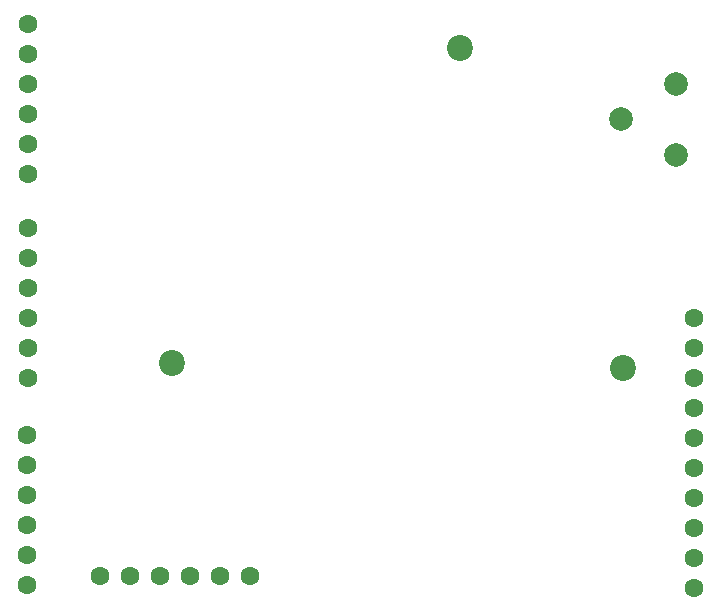
<source format=gbr>
G04 #@! TF.FileFunction,Soldermask,Bot*
%FSLAX46Y46*%
G04 Gerber Fmt 4.6, Leading zero omitted, Abs format (unit mm)*
G04 Created by KiCad (PCBNEW 4.0.2-stable) date 1/25/2017 2:02:14 PM*
%MOMM*%
G01*
G04 APERTURE LIST*
%ADD10C,0.100000*%
%ADD11C,1.600000*%
%ADD12C,2.000000*%
%ADD13C,2.200000*%
G04 APERTURE END LIST*
D10*
D11*
X36068000Y-81788000D03*
X33528000Y-81788000D03*
X30988000Y-81788000D03*
X28448000Y-81788000D03*
X25908000Y-81788000D03*
X23368000Y-81788000D03*
D12*
X72136000Y-46132000D03*
X67436000Y-43132000D03*
X72136000Y-40132000D03*
D11*
X17272000Y-47752000D03*
X17272000Y-45212000D03*
X17272000Y-42672000D03*
X17272000Y-40132000D03*
X17272000Y-37592000D03*
X17272000Y-35052000D03*
X17272000Y-65024000D03*
X17272000Y-62484000D03*
X17272000Y-59944000D03*
X17272000Y-57404000D03*
X17272000Y-54864000D03*
X17272000Y-52324000D03*
X17145000Y-82550000D03*
X17145000Y-80010000D03*
X17145000Y-77470000D03*
X17145000Y-74930000D03*
X17145000Y-72390000D03*
X17145000Y-69850000D03*
X73660000Y-77724000D03*
X73660000Y-80264000D03*
X73660000Y-82804000D03*
X73660000Y-59944000D03*
X73660000Y-62484000D03*
X73660000Y-65024000D03*
X73660000Y-67564000D03*
X73660000Y-70104000D03*
X73660000Y-72644000D03*
X73660000Y-75184000D03*
D13*
X67600000Y-64200000D03*
X29464000Y-63754000D03*
X53848000Y-37084000D03*
M02*

</source>
